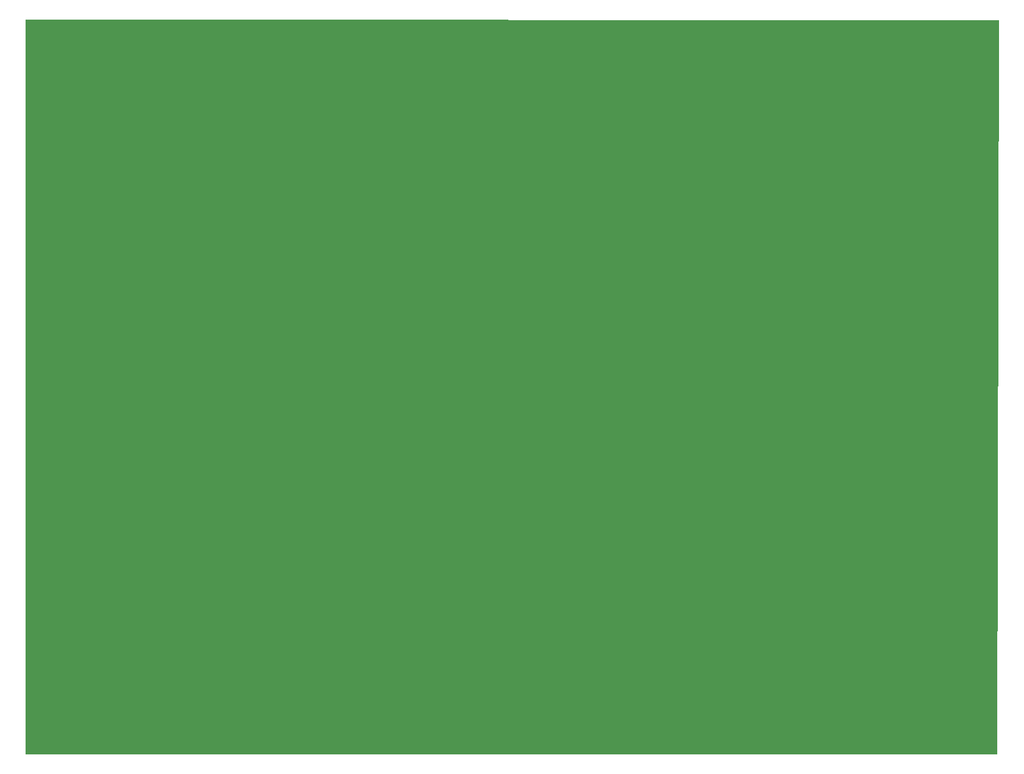
<source format=gbr>
G04 DipTrace 2.4.0.2*
%INBoard.gbr*%
%MOMM*%
%ADD10C,0.254*%
%FSLAX53Y53*%
G04*
G71*
G90*
G75*
G01*
%LNBoardPoly*%
%LPD*%
G36*
X10055Y114730D2*
D10*
X148644Y114571D1*
X148380Y10000D1*
X10000Y10040D1*
X10055Y114730D1*
G37*
M02*

</source>
